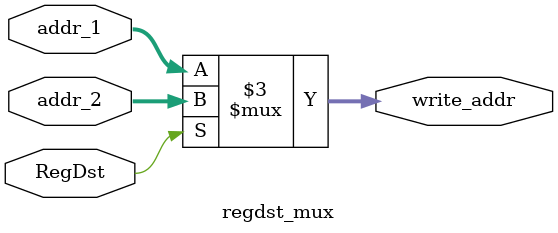
<source format=v>
`timescale 1ns / 1ps
module regdst_mux(
    input [4:0] addr_1,
    input [4:0] addr_2,
	 input RegDst,
    output reg [4:0] write_addr
    );
	always @(addr_1, addr_2, RegDst) begin
		if (RegDst) write_addr = addr_2;
		else write_addr = addr_1;
	end
endmodule

</source>
